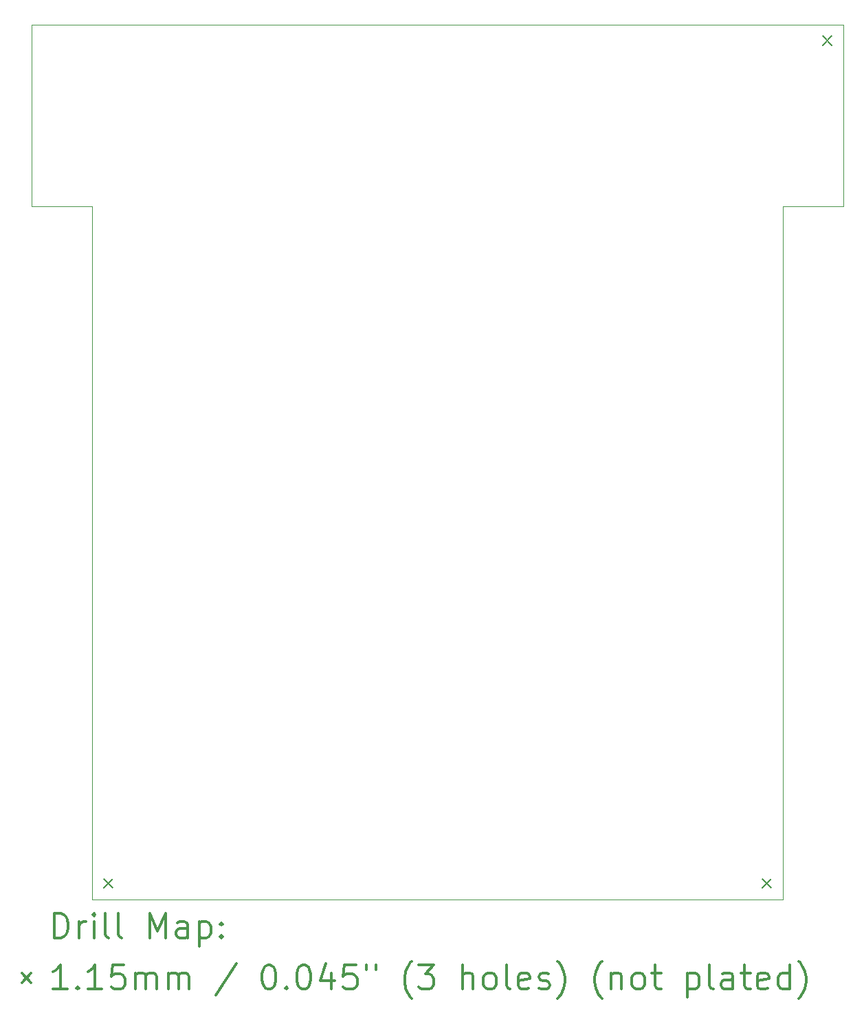
<source format=gbr>
%FSLAX45Y45*%
G04 Gerber Fmt 4.5, Leading zero omitted, Abs format (unit mm)*
G04 Created by KiCad (PCBNEW (5.1.6-0-10_14)) date 2021-12-22 00:37:46*
%MOMM*%
%LPD*%
G01*
G04 APERTURE LIST*
%TA.AperFunction,Profile*%
%ADD10C,0.100000*%
%TD*%
%ADD11C,0.200000*%
%ADD12C,0.300000*%
G04 APERTURE END LIST*
D10*
X5000000Y-4192000D02*
X5745000Y-4192000D01*
X5000000Y-6431000D02*
X5000000Y-4192000D01*
X5745000Y-6431000D02*
X5000000Y-6431000D01*
X15000000Y-4192000D02*
X14255000Y-4192000D01*
X15000000Y-6431000D02*
X15000000Y-4192000D01*
X14255000Y-6431000D02*
X15000000Y-6431000D01*
X14255000Y-14967000D02*
X14255000Y-6431000D01*
X5744972Y-14966950D02*
X14254972Y-14966950D01*
X5745000Y-14967000D02*
X5745000Y-6431000D01*
X5745000Y-4192000D02*
X14255000Y-4192000D01*
D11*
X14742400Y-4334400D02*
X14857600Y-4449600D01*
X14857600Y-4334400D02*
X14742400Y-4449600D01*
X5887400Y-14709400D02*
X6002600Y-14824600D01*
X6002600Y-14709400D02*
X5887400Y-14824600D01*
X13997400Y-14709400D02*
X14112600Y-14824600D01*
X14112600Y-14709400D02*
X13997400Y-14824600D01*
D12*
X5281428Y-15437714D02*
X5281428Y-15137714D01*
X5352857Y-15137714D01*
X5395714Y-15152000D01*
X5424286Y-15180571D01*
X5438571Y-15209143D01*
X5452857Y-15266286D01*
X5452857Y-15309143D01*
X5438571Y-15366286D01*
X5424286Y-15394857D01*
X5395714Y-15423429D01*
X5352857Y-15437714D01*
X5281428Y-15437714D01*
X5581428Y-15437714D02*
X5581428Y-15237714D01*
X5581428Y-15294857D02*
X5595714Y-15266286D01*
X5610000Y-15252000D01*
X5638571Y-15237714D01*
X5667143Y-15237714D01*
X5767143Y-15437714D02*
X5767143Y-15237714D01*
X5767143Y-15137714D02*
X5752857Y-15152000D01*
X5767143Y-15166286D01*
X5781428Y-15152000D01*
X5767143Y-15137714D01*
X5767143Y-15166286D01*
X5952857Y-15437714D02*
X5924286Y-15423429D01*
X5910000Y-15394857D01*
X5910000Y-15137714D01*
X6110000Y-15437714D02*
X6081428Y-15423429D01*
X6067143Y-15394857D01*
X6067143Y-15137714D01*
X6452857Y-15437714D02*
X6452857Y-15137714D01*
X6552857Y-15352000D01*
X6652857Y-15137714D01*
X6652857Y-15437714D01*
X6924286Y-15437714D02*
X6924286Y-15280571D01*
X6910000Y-15252000D01*
X6881428Y-15237714D01*
X6824286Y-15237714D01*
X6795714Y-15252000D01*
X6924286Y-15423429D02*
X6895714Y-15437714D01*
X6824286Y-15437714D01*
X6795714Y-15423429D01*
X6781428Y-15394857D01*
X6781428Y-15366286D01*
X6795714Y-15337714D01*
X6824286Y-15323429D01*
X6895714Y-15323429D01*
X6924286Y-15309143D01*
X7067143Y-15237714D02*
X7067143Y-15537714D01*
X7067143Y-15252000D02*
X7095714Y-15237714D01*
X7152857Y-15237714D01*
X7181428Y-15252000D01*
X7195714Y-15266286D01*
X7210000Y-15294857D01*
X7210000Y-15380571D01*
X7195714Y-15409143D01*
X7181428Y-15423429D01*
X7152857Y-15437714D01*
X7095714Y-15437714D01*
X7067143Y-15423429D01*
X7338571Y-15409143D02*
X7352857Y-15423429D01*
X7338571Y-15437714D01*
X7324286Y-15423429D01*
X7338571Y-15409143D01*
X7338571Y-15437714D01*
X7338571Y-15252000D02*
X7352857Y-15266286D01*
X7338571Y-15280571D01*
X7324286Y-15266286D01*
X7338571Y-15252000D01*
X7338571Y-15280571D01*
X4879800Y-15874400D02*
X4995000Y-15989600D01*
X4995000Y-15874400D02*
X4879800Y-15989600D01*
X5438571Y-16067714D02*
X5267143Y-16067714D01*
X5352857Y-16067714D02*
X5352857Y-15767714D01*
X5324286Y-15810571D01*
X5295714Y-15839143D01*
X5267143Y-15853429D01*
X5567143Y-16039143D02*
X5581428Y-16053429D01*
X5567143Y-16067714D01*
X5552857Y-16053429D01*
X5567143Y-16039143D01*
X5567143Y-16067714D01*
X5867143Y-16067714D02*
X5695714Y-16067714D01*
X5781428Y-16067714D02*
X5781428Y-15767714D01*
X5752857Y-15810571D01*
X5724286Y-15839143D01*
X5695714Y-15853429D01*
X6138571Y-15767714D02*
X5995714Y-15767714D01*
X5981428Y-15910571D01*
X5995714Y-15896286D01*
X6024286Y-15882000D01*
X6095714Y-15882000D01*
X6124286Y-15896286D01*
X6138571Y-15910571D01*
X6152857Y-15939143D01*
X6152857Y-16010571D01*
X6138571Y-16039143D01*
X6124286Y-16053429D01*
X6095714Y-16067714D01*
X6024286Y-16067714D01*
X5995714Y-16053429D01*
X5981428Y-16039143D01*
X6281428Y-16067714D02*
X6281428Y-15867714D01*
X6281428Y-15896286D02*
X6295714Y-15882000D01*
X6324286Y-15867714D01*
X6367143Y-15867714D01*
X6395714Y-15882000D01*
X6410000Y-15910571D01*
X6410000Y-16067714D01*
X6410000Y-15910571D02*
X6424286Y-15882000D01*
X6452857Y-15867714D01*
X6495714Y-15867714D01*
X6524286Y-15882000D01*
X6538571Y-15910571D01*
X6538571Y-16067714D01*
X6681428Y-16067714D02*
X6681428Y-15867714D01*
X6681428Y-15896286D02*
X6695714Y-15882000D01*
X6724286Y-15867714D01*
X6767143Y-15867714D01*
X6795714Y-15882000D01*
X6810000Y-15910571D01*
X6810000Y-16067714D01*
X6810000Y-15910571D02*
X6824286Y-15882000D01*
X6852857Y-15867714D01*
X6895714Y-15867714D01*
X6924286Y-15882000D01*
X6938571Y-15910571D01*
X6938571Y-16067714D01*
X7524286Y-15753429D02*
X7267143Y-16139143D01*
X7910000Y-15767714D02*
X7938571Y-15767714D01*
X7967143Y-15782000D01*
X7981428Y-15796286D01*
X7995714Y-15824857D01*
X8010000Y-15882000D01*
X8010000Y-15953429D01*
X7995714Y-16010571D01*
X7981428Y-16039143D01*
X7967143Y-16053429D01*
X7938571Y-16067714D01*
X7910000Y-16067714D01*
X7881428Y-16053429D01*
X7867143Y-16039143D01*
X7852857Y-16010571D01*
X7838571Y-15953429D01*
X7838571Y-15882000D01*
X7852857Y-15824857D01*
X7867143Y-15796286D01*
X7881428Y-15782000D01*
X7910000Y-15767714D01*
X8138571Y-16039143D02*
X8152857Y-16053429D01*
X8138571Y-16067714D01*
X8124286Y-16053429D01*
X8138571Y-16039143D01*
X8138571Y-16067714D01*
X8338571Y-15767714D02*
X8367143Y-15767714D01*
X8395714Y-15782000D01*
X8410000Y-15796286D01*
X8424286Y-15824857D01*
X8438571Y-15882000D01*
X8438571Y-15953429D01*
X8424286Y-16010571D01*
X8410000Y-16039143D01*
X8395714Y-16053429D01*
X8367143Y-16067714D01*
X8338571Y-16067714D01*
X8310000Y-16053429D01*
X8295714Y-16039143D01*
X8281428Y-16010571D01*
X8267143Y-15953429D01*
X8267143Y-15882000D01*
X8281428Y-15824857D01*
X8295714Y-15796286D01*
X8310000Y-15782000D01*
X8338571Y-15767714D01*
X8695714Y-15867714D02*
X8695714Y-16067714D01*
X8624286Y-15753429D02*
X8552857Y-15967714D01*
X8738571Y-15967714D01*
X8995714Y-15767714D02*
X8852857Y-15767714D01*
X8838571Y-15910571D01*
X8852857Y-15896286D01*
X8881428Y-15882000D01*
X8952857Y-15882000D01*
X8981428Y-15896286D01*
X8995714Y-15910571D01*
X9010000Y-15939143D01*
X9010000Y-16010571D01*
X8995714Y-16039143D01*
X8981428Y-16053429D01*
X8952857Y-16067714D01*
X8881428Y-16067714D01*
X8852857Y-16053429D01*
X8838571Y-16039143D01*
X9124286Y-15767714D02*
X9124286Y-15824857D01*
X9238571Y-15767714D02*
X9238571Y-15824857D01*
X9681428Y-16182000D02*
X9667143Y-16167714D01*
X9638571Y-16124857D01*
X9624286Y-16096286D01*
X9610000Y-16053429D01*
X9595714Y-15982000D01*
X9595714Y-15924857D01*
X9610000Y-15853429D01*
X9624286Y-15810571D01*
X9638571Y-15782000D01*
X9667143Y-15739143D01*
X9681428Y-15724857D01*
X9767143Y-15767714D02*
X9952857Y-15767714D01*
X9852857Y-15882000D01*
X9895714Y-15882000D01*
X9924286Y-15896286D01*
X9938571Y-15910571D01*
X9952857Y-15939143D01*
X9952857Y-16010571D01*
X9938571Y-16039143D01*
X9924286Y-16053429D01*
X9895714Y-16067714D01*
X9810000Y-16067714D01*
X9781428Y-16053429D01*
X9767143Y-16039143D01*
X10310000Y-16067714D02*
X10310000Y-15767714D01*
X10438571Y-16067714D02*
X10438571Y-15910571D01*
X10424286Y-15882000D01*
X10395714Y-15867714D01*
X10352857Y-15867714D01*
X10324286Y-15882000D01*
X10310000Y-15896286D01*
X10624286Y-16067714D02*
X10595714Y-16053429D01*
X10581428Y-16039143D01*
X10567143Y-16010571D01*
X10567143Y-15924857D01*
X10581428Y-15896286D01*
X10595714Y-15882000D01*
X10624286Y-15867714D01*
X10667143Y-15867714D01*
X10695714Y-15882000D01*
X10710000Y-15896286D01*
X10724286Y-15924857D01*
X10724286Y-16010571D01*
X10710000Y-16039143D01*
X10695714Y-16053429D01*
X10667143Y-16067714D01*
X10624286Y-16067714D01*
X10895714Y-16067714D02*
X10867143Y-16053429D01*
X10852857Y-16024857D01*
X10852857Y-15767714D01*
X11124286Y-16053429D02*
X11095714Y-16067714D01*
X11038571Y-16067714D01*
X11010000Y-16053429D01*
X10995714Y-16024857D01*
X10995714Y-15910571D01*
X11010000Y-15882000D01*
X11038571Y-15867714D01*
X11095714Y-15867714D01*
X11124286Y-15882000D01*
X11138571Y-15910571D01*
X11138571Y-15939143D01*
X10995714Y-15967714D01*
X11252857Y-16053429D02*
X11281428Y-16067714D01*
X11338571Y-16067714D01*
X11367143Y-16053429D01*
X11381428Y-16024857D01*
X11381428Y-16010571D01*
X11367143Y-15982000D01*
X11338571Y-15967714D01*
X11295714Y-15967714D01*
X11267143Y-15953429D01*
X11252857Y-15924857D01*
X11252857Y-15910571D01*
X11267143Y-15882000D01*
X11295714Y-15867714D01*
X11338571Y-15867714D01*
X11367143Y-15882000D01*
X11481428Y-16182000D02*
X11495714Y-16167714D01*
X11524286Y-16124857D01*
X11538571Y-16096286D01*
X11552857Y-16053429D01*
X11567143Y-15982000D01*
X11567143Y-15924857D01*
X11552857Y-15853429D01*
X11538571Y-15810571D01*
X11524286Y-15782000D01*
X11495714Y-15739143D01*
X11481428Y-15724857D01*
X12024286Y-16182000D02*
X12010000Y-16167714D01*
X11981428Y-16124857D01*
X11967143Y-16096286D01*
X11952857Y-16053429D01*
X11938571Y-15982000D01*
X11938571Y-15924857D01*
X11952857Y-15853429D01*
X11967143Y-15810571D01*
X11981428Y-15782000D01*
X12010000Y-15739143D01*
X12024286Y-15724857D01*
X12138571Y-15867714D02*
X12138571Y-16067714D01*
X12138571Y-15896286D02*
X12152857Y-15882000D01*
X12181428Y-15867714D01*
X12224286Y-15867714D01*
X12252857Y-15882000D01*
X12267143Y-15910571D01*
X12267143Y-16067714D01*
X12452857Y-16067714D02*
X12424286Y-16053429D01*
X12410000Y-16039143D01*
X12395714Y-16010571D01*
X12395714Y-15924857D01*
X12410000Y-15896286D01*
X12424286Y-15882000D01*
X12452857Y-15867714D01*
X12495714Y-15867714D01*
X12524286Y-15882000D01*
X12538571Y-15896286D01*
X12552857Y-15924857D01*
X12552857Y-16010571D01*
X12538571Y-16039143D01*
X12524286Y-16053429D01*
X12495714Y-16067714D01*
X12452857Y-16067714D01*
X12638571Y-15867714D02*
X12752857Y-15867714D01*
X12681428Y-15767714D02*
X12681428Y-16024857D01*
X12695714Y-16053429D01*
X12724286Y-16067714D01*
X12752857Y-16067714D01*
X13081428Y-15867714D02*
X13081428Y-16167714D01*
X13081428Y-15882000D02*
X13110000Y-15867714D01*
X13167143Y-15867714D01*
X13195714Y-15882000D01*
X13210000Y-15896286D01*
X13224286Y-15924857D01*
X13224286Y-16010571D01*
X13210000Y-16039143D01*
X13195714Y-16053429D01*
X13167143Y-16067714D01*
X13110000Y-16067714D01*
X13081428Y-16053429D01*
X13395714Y-16067714D02*
X13367143Y-16053429D01*
X13352857Y-16024857D01*
X13352857Y-15767714D01*
X13638571Y-16067714D02*
X13638571Y-15910571D01*
X13624286Y-15882000D01*
X13595714Y-15867714D01*
X13538571Y-15867714D01*
X13510000Y-15882000D01*
X13638571Y-16053429D02*
X13610000Y-16067714D01*
X13538571Y-16067714D01*
X13510000Y-16053429D01*
X13495714Y-16024857D01*
X13495714Y-15996286D01*
X13510000Y-15967714D01*
X13538571Y-15953429D01*
X13610000Y-15953429D01*
X13638571Y-15939143D01*
X13738571Y-15867714D02*
X13852857Y-15867714D01*
X13781428Y-15767714D02*
X13781428Y-16024857D01*
X13795714Y-16053429D01*
X13824286Y-16067714D01*
X13852857Y-16067714D01*
X14067143Y-16053429D02*
X14038571Y-16067714D01*
X13981428Y-16067714D01*
X13952857Y-16053429D01*
X13938571Y-16024857D01*
X13938571Y-15910571D01*
X13952857Y-15882000D01*
X13981428Y-15867714D01*
X14038571Y-15867714D01*
X14067143Y-15882000D01*
X14081428Y-15910571D01*
X14081428Y-15939143D01*
X13938571Y-15967714D01*
X14338571Y-16067714D02*
X14338571Y-15767714D01*
X14338571Y-16053429D02*
X14310000Y-16067714D01*
X14252857Y-16067714D01*
X14224286Y-16053429D01*
X14210000Y-16039143D01*
X14195714Y-16010571D01*
X14195714Y-15924857D01*
X14210000Y-15896286D01*
X14224286Y-15882000D01*
X14252857Y-15867714D01*
X14310000Y-15867714D01*
X14338571Y-15882000D01*
X14452857Y-16182000D02*
X14467143Y-16167714D01*
X14495714Y-16124857D01*
X14510000Y-16096286D01*
X14524286Y-16053429D01*
X14538571Y-15982000D01*
X14538571Y-15924857D01*
X14524286Y-15853429D01*
X14510000Y-15810571D01*
X14495714Y-15782000D01*
X14467143Y-15739143D01*
X14452857Y-15724857D01*
M02*

</source>
